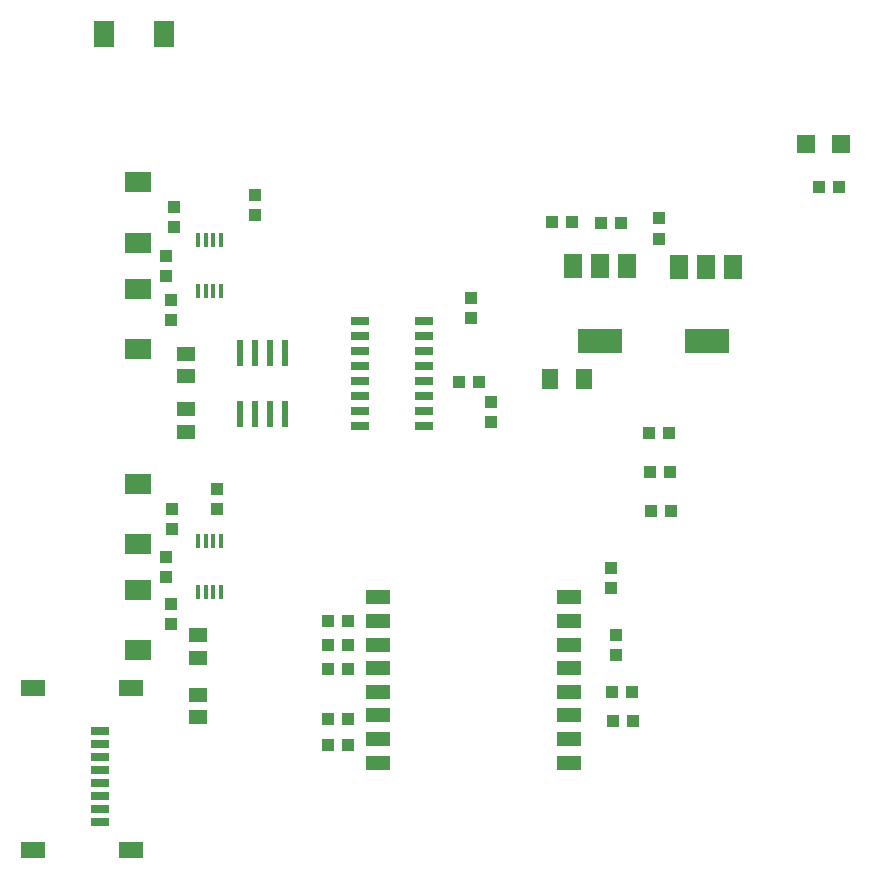
<source format=gtp>
G75*
%MOIN*%
%OFA0B0*%
%FSLAX25Y25*%
%IPPOS*%
%LPD*%
%AMOC8*
5,1,8,0,0,1.08239X$1,22.5*
%
%ADD10R,0.01575X0.04724*%
%ADD11R,0.05900X0.07900*%
%ADD12R,0.15000X0.07900*%
%ADD13R,0.03937X0.04331*%
%ADD14R,0.04331X0.03937*%
%ADD15R,0.05906X0.05118*%
%ADD16R,0.07874X0.04724*%
%ADD17R,0.06000X0.02500*%
%ADD18R,0.07874X0.05709*%
%ADD19R,0.05906X0.03150*%
%ADD20R,0.08661X0.07087*%
%ADD21R,0.05906X0.05906*%
%ADD22R,0.02362X0.08661*%
%ADD23R,0.07087X0.08661*%
%ADD24R,0.05276X0.07087*%
D10*
X0261871Y0147324D03*
X0264430Y0147324D03*
X0266989Y0147324D03*
X0269548Y0147324D03*
X0269548Y0164306D03*
X0266989Y0164306D03*
X0264430Y0164306D03*
X0261871Y0164306D03*
X0261871Y0247718D03*
X0264430Y0247718D03*
X0266989Y0247718D03*
X0269548Y0247718D03*
X0269548Y0264699D03*
X0266989Y0264699D03*
X0264430Y0264699D03*
X0261871Y0264699D03*
D11*
X0386806Y0255962D03*
X0395806Y0255962D03*
X0404806Y0255962D03*
X0422239Y0255939D03*
X0431239Y0255939D03*
X0440239Y0255939D03*
D12*
X0431339Y0231139D03*
X0395906Y0231162D03*
D13*
X0355648Y0217486D03*
X0348955Y0217486D03*
X0352787Y0238654D03*
X0352787Y0245347D03*
X0415619Y0265280D03*
X0415619Y0271973D03*
X0468808Y0282403D03*
X0475501Y0282403D03*
X0280729Y0279878D03*
X0280729Y0273185D03*
X0253763Y0275709D03*
X0253763Y0269016D03*
X0251024Y0259555D03*
X0251024Y0252862D03*
X0252914Y0244791D03*
X0252914Y0238098D03*
X0268229Y0181878D03*
X0268229Y0175185D03*
X0253032Y0175131D03*
X0253032Y0168438D03*
X0251024Y0159161D03*
X0251024Y0152468D03*
X0252914Y0143413D03*
X0252914Y0136720D03*
X0305138Y0137943D03*
X0311831Y0137943D03*
X0311864Y0129915D03*
X0305171Y0129915D03*
X0305161Y0121837D03*
X0311854Y0121837D03*
X0311891Y0105022D03*
X0305199Y0105022D03*
X0305169Y0096289D03*
X0311862Y0096289D03*
X0400078Y0104420D03*
X0406771Y0104420D03*
X0406472Y0114138D03*
X0399779Y0114138D03*
X0401092Y0126368D03*
X0401092Y0133061D03*
X0399490Y0148620D03*
X0399490Y0155313D03*
D14*
X0412729Y0174531D03*
X0419422Y0174531D03*
X0419229Y0187531D03*
X0412536Y0187531D03*
X0412229Y0200531D03*
X0418922Y0200531D03*
X0359596Y0204214D03*
X0359596Y0210907D03*
X0379712Y0270893D03*
X0386405Y0270893D03*
X0396193Y0270282D03*
X0402886Y0270282D03*
D15*
X0257993Y0226889D03*
X0257993Y0219409D03*
X0257889Y0208319D03*
X0257889Y0200839D03*
X0261922Y0132955D03*
X0261922Y0125475D03*
X0261823Y0113256D03*
X0261823Y0105776D03*
D16*
X0321828Y0106287D03*
X0321828Y0114161D03*
X0321828Y0122035D03*
X0321828Y0129909D03*
X0321828Y0137783D03*
X0321828Y0145657D03*
X0385607Y0145657D03*
X0385607Y0137783D03*
X0385607Y0129909D03*
X0385607Y0122035D03*
X0385607Y0114161D03*
X0385607Y0106287D03*
X0385607Y0098413D03*
X0385607Y0090539D03*
X0321828Y0090539D03*
X0321828Y0098413D03*
D17*
X0315831Y0202866D03*
X0315831Y0207866D03*
X0315831Y0212866D03*
X0315831Y0217866D03*
X0315831Y0222866D03*
X0315831Y0227866D03*
X0315831Y0232866D03*
X0315831Y0237866D03*
X0337052Y0237866D03*
X0337052Y0232866D03*
X0337052Y0227866D03*
X0337052Y0222866D03*
X0337052Y0217866D03*
X0337052Y0212866D03*
X0337052Y0207866D03*
X0337052Y0202866D03*
D18*
X0206688Y0061287D03*
X0239366Y0061287D03*
X0239366Y0115421D03*
X0206688Y0115421D03*
D19*
X0229129Y0100972D03*
X0229129Y0096641D03*
X0229129Y0092311D03*
X0229129Y0087980D03*
X0229129Y0083649D03*
X0229129Y0079319D03*
X0229129Y0074988D03*
X0229129Y0070657D03*
D20*
X0241713Y0128059D03*
X0241713Y0148138D03*
X0241713Y0163492D03*
X0241713Y0183571D03*
X0241713Y0228453D03*
X0241713Y0248531D03*
X0241713Y0263886D03*
X0241713Y0283964D03*
D21*
X0464422Y0296649D03*
X0476202Y0296649D03*
D22*
X0290902Y0227124D03*
X0285902Y0227124D03*
X0280902Y0227124D03*
X0275902Y0227124D03*
X0275902Y0206652D03*
X0280902Y0206652D03*
X0285902Y0206652D03*
X0290902Y0206652D03*
D23*
X0250505Y0333372D03*
X0230426Y0333372D03*
D24*
X0379099Y0218531D03*
X0390359Y0218531D03*
M02*

</source>
